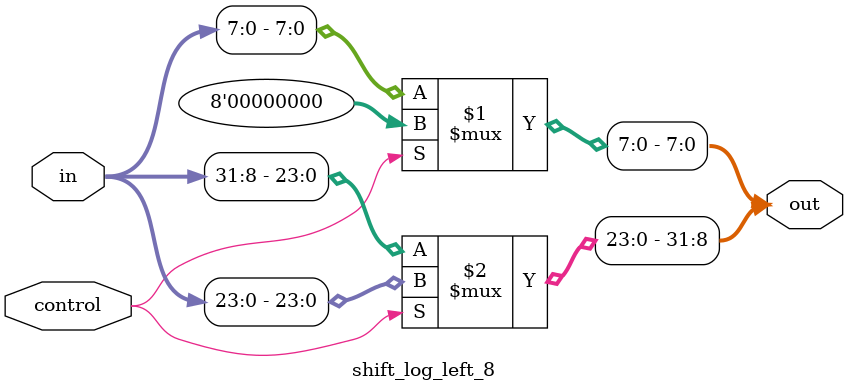
<source format=v>
module shift_log_left_8(out, in, control);
    input [31:0] in;
    input control;
    output [31:0] out;

    assign out[7:0] = control ? 8'b00000000 : in[7:0];
    assign out[31:8] = control ? in[23:0] : in[31:8];
endmodule

</source>
